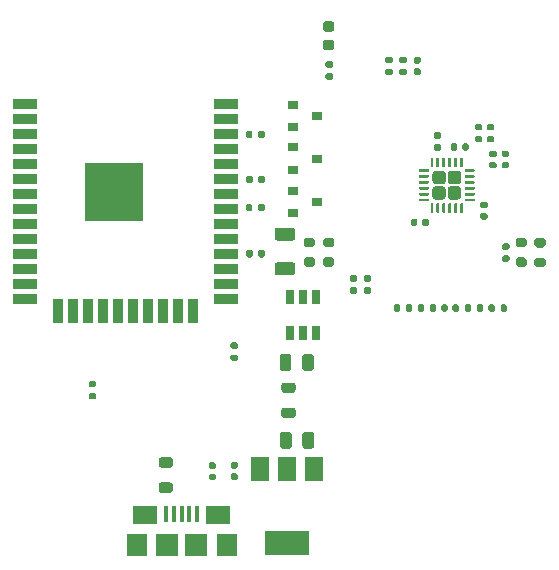
<source format=gbr>
G04 #@! TF.GenerationSoftware,KiCad,Pcbnew,(5.1.7)-1*
G04 #@! TF.CreationDate,2020-12-04T15:33:14-08:00*
G04 #@! TF.ProjectId,EsperDNS,45737065-7244-44e5-932e-6b696361645f,rev?*
G04 #@! TF.SameCoordinates,Original*
G04 #@! TF.FileFunction,Paste,Top*
G04 #@! TF.FilePolarity,Positive*
%FSLAX46Y46*%
G04 Gerber Fmt 4.6, Leading zero omitted, Abs format (unit mm)*
G04 Created by KiCad (PCBNEW (5.1.7)-1) date 2020-12-04 15:33:14*
%MOMM*%
%LPD*%
G01*
G04 APERTURE LIST*
%ADD10R,0.400000X1.350000*%
%ADD11R,2.100000X1.600000*%
%ADD12R,1.800000X1.900000*%
%ADD13R,1.900000X1.900000*%
%ADD14R,2.000000X0.900000*%
%ADD15R,0.900000X2.000000*%
%ADD16R,5.000000X5.000000*%
%ADD17R,1.500000X2.000000*%
%ADD18R,3.800000X2.000000*%
%ADD19R,0.900000X0.800000*%
%ADD20R,0.700000X1.300000*%
G04 APERTURE END LIST*
G36*
G01*
X250000Y-7475000D02*
X250000Y-6525000D01*
G75*
G02*
X500000Y-6275000I250000J0D01*
G01*
X1000000Y-6275000D01*
G75*
G02*
X1250000Y-6525000I0J-250000D01*
G01*
X1250000Y-7475000D01*
G75*
G02*
X1000000Y-7725000I-250000J0D01*
G01*
X500000Y-7725000D01*
G75*
G02*
X250000Y-7475000I0J250000D01*
G01*
G37*
G36*
G01*
X-1650000Y-7475000D02*
X-1650000Y-6525000D01*
G75*
G02*
X-1400000Y-6275000I250000J0D01*
G01*
X-900000Y-6275000D01*
G75*
G02*
X-650000Y-6525000I0J-250000D01*
G01*
X-650000Y-7475000D01*
G75*
G02*
X-900000Y-7725000I-250000J0D01*
G01*
X-1400000Y-7725000D01*
G75*
G02*
X-1650000Y-7475000I0J250000D01*
G01*
G37*
G36*
G01*
X275000Y-14075000D02*
X275000Y-13125000D01*
G75*
G02*
X525000Y-12875000I250000J0D01*
G01*
X1025000Y-12875000D01*
G75*
G02*
X1275000Y-13125000I0J-250000D01*
G01*
X1275000Y-14075000D01*
G75*
G02*
X1025000Y-14325000I-250000J0D01*
G01*
X525000Y-14325000D01*
G75*
G02*
X275000Y-14075000I0J250000D01*
G01*
G37*
G36*
G01*
X-1625000Y-14075000D02*
X-1625000Y-13125000D01*
G75*
G02*
X-1375000Y-12875000I250000J0D01*
G01*
X-875000Y-12875000D01*
G75*
G02*
X-625000Y-13125000I0J-250000D01*
G01*
X-625000Y-14075000D01*
G75*
G02*
X-875000Y-14325000I-250000J0D01*
G01*
X-1375000Y-14325000D01*
G75*
G02*
X-1625000Y-14075000I0J250000D01*
G01*
G37*
G36*
G01*
X19075000Y2735000D02*
X18525000Y2735000D01*
G75*
G02*
X18325000Y2935000I0J200000D01*
G01*
X18325000Y3335000D01*
G75*
G02*
X18525000Y3535000I200000J0D01*
G01*
X19075000Y3535000D01*
G75*
G02*
X19275000Y3335000I0J-200000D01*
G01*
X19275000Y2935000D01*
G75*
G02*
X19075000Y2735000I-200000J0D01*
G01*
G37*
G36*
G01*
X19075000Y1085000D02*
X18525000Y1085000D01*
G75*
G02*
X18325000Y1285000I0J200000D01*
G01*
X18325000Y1685000D01*
G75*
G02*
X18525000Y1885000I200000J0D01*
G01*
X19075000Y1885000D01*
G75*
G02*
X19275000Y1685000I0J-200000D01*
G01*
X19275000Y1285000D01*
G75*
G02*
X19075000Y1085000I-200000J0D01*
G01*
G37*
G36*
G01*
X20125000Y1875000D02*
X20675000Y1875000D01*
G75*
G02*
X20875000Y1675000I0J-200000D01*
G01*
X20875000Y1275000D01*
G75*
G02*
X20675000Y1075000I-200000J0D01*
G01*
X20125000Y1075000D01*
G75*
G02*
X19925000Y1275000I0J200000D01*
G01*
X19925000Y1675000D01*
G75*
G02*
X20125000Y1875000I200000J0D01*
G01*
G37*
G36*
G01*
X20125000Y3525000D02*
X20675000Y3525000D01*
G75*
G02*
X20875000Y3325000I0J-200000D01*
G01*
X20875000Y2925000D01*
G75*
G02*
X20675000Y2725000I-200000J0D01*
G01*
X20125000Y2725000D01*
G75*
G02*
X19925000Y2925000I0J200000D01*
G01*
X19925000Y3325000D01*
G75*
G02*
X20125000Y3525000I200000J0D01*
G01*
G37*
G36*
G01*
X-1281250Y-10825000D02*
X-518750Y-10825000D01*
G75*
G02*
X-300000Y-11043750I0J-218750D01*
G01*
X-300000Y-11481250D01*
G75*
G02*
X-518750Y-11700000I-218750J0D01*
G01*
X-1281250Y-11700000D01*
G75*
G02*
X-1500000Y-11481250I0J218750D01*
G01*
X-1500000Y-11043750D01*
G75*
G02*
X-1281250Y-10825000I218750J0D01*
G01*
G37*
G36*
G01*
X-1281250Y-8700000D02*
X-518750Y-8700000D01*
G75*
G02*
X-300000Y-8918750I0J-218750D01*
G01*
X-300000Y-9356250D01*
G75*
G02*
X-518750Y-9575000I-218750J0D01*
G01*
X-1281250Y-9575000D01*
G75*
G02*
X-1500000Y-9356250I0J218750D01*
G01*
X-1500000Y-8918750D01*
G75*
G02*
X-1281250Y-8700000I218750J0D01*
G01*
G37*
G36*
G01*
X-11681250Y-17162500D02*
X-10918750Y-17162500D01*
G75*
G02*
X-10700000Y-17381250I0J-218750D01*
G01*
X-10700000Y-17818750D01*
G75*
G02*
X-10918750Y-18037500I-218750J0D01*
G01*
X-11681250Y-18037500D01*
G75*
G02*
X-11900000Y-17818750I0J218750D01*
G01*
X-11900000Y-17381250D01*
G75*
G02*
X-11681250Y-17162500I218750J0D01*
G01*
G37*
G36*
G01*
X-11681250Y-15037500D02*
X-10918750Y-15037500D01*
G75*
G02*
X-10700000Y-15256250I0J-218750D01*
G01*
X-10700000Y-15693750D01*
G75*
G02*
X-10918750Y-15912500I-218750J0D01*
G01*
X-11681250Y-15912500D01*
G75*
G02*
X-11900000Y-15693750I0J218750D01*
G01*
X-11900000Y-15256250D01*
G75*
G02*
X-11681250Y-15037500I218750J0D01*
G01*
G37*
G36*
G01*
X-3940000Y2385000D02*
X-3940000Y2015000D01*
G75*
G02*
X-4075000Y1880000I-135000J0D01*
G01*
X-4345000Y1880000D01*
G75*
G02*
X-4480000Y2015000I0J135000D01*
G01*
X-4480000Y2385000D01*
G75*
G02*
X-4345000Y2520000I135000J0D01*
G01*
X-4075000Y2520000D01*
G75*
G02*
X-3940000Y2385000I0J-135000D01*
G01*
G37*
G36*
G01*
X-2920000Y2385000D02*
X-2920000Y2015000D01*
G75*
G02*
X-3055000Y1880000I-135000J0D01*
G01*
X-3325000Y1880000D01*
G75*
G02*
X-3460000Y2015000I0J135000D01*
G01*
X-3460000Y2385000D01*
G75*
G02*
X-3325000Y2520000I135000J0D01*
G01*
X-3055000Y2520000D01*
G75*
G02*
X-2920000Y2385000I0J-135000D01*
G01*
G37*
D10*
X-9950000Y-19800000D03*
X-10600000Y-19800000D03*
X-9300000Y-19800000D03*
X-11250000Y-19800000D03*
X-8650000Y-19800000D03*
D11*
X-13050000Y-19925000D03*
X-6850000Y-19925000D03*
D12*
X-13750000Y-22475000D03*
X-6150000Y-22475000D03*
D13*
X-11150000Y-22475000D03*
X-8750000Y-22475000D03*
G36*
G01*
X12415000Y8965000D02*
X12415000Y8335000D01*
G75*
G02*
X12165000Y8085000I-250000J0D01*
G01*
X11535000Y8085000D01*
G75*
G02*
X11285000Y8335000I0J250000D01*
G01*
X11285000Y8965000D01*
G75*
G02*
X11535000Y9215000I250000J0D01*
G01*
X12165000Y9215000D01*
G75*
G02*
X12415000Y8965000I0J-250000D01*
G01*
G37*
G36*
G01*
X12415000Y7665000D02*
X12415000Y7035000D01*
G75*
G02*
X12165000Y6785000I-250000J0D01*
G01*
X11535000Y6785000D01*
G75*
G02*
X11285000Y7035000I0J250000D01*
G01*
X11285000Y7665000D01*
G75*
G02*
X11535000Y7915000I250000J0D01*
G01*
X12165000Y7915000D01*
G75*
G02*
X12415000Y7665000I0J-250000D01*
G01*
G37*
G36*
G01*
X13715000Y8965000D02*
X13715000Y8335000D01*
G75*
G02*
X13465000Y8085000I-250000J0D01*
G01*
X12835000Y8085000D01*
G75*
G02*
X12585000Y8335000I0J250000D01*
G01*
X12585000Y8965000D01*
G75*
G02*
X12835000Y9215000I250000J0D01*
G01*
X13465000Y9215000D01*
G75*
G02*
X13715000Y8965000I0J-250000D01*
G01*
G37*
G36*
G01*
X13715000Y7665000D02*
X13715000Y7035000D01*
G75*
G02*
X13465000Y6785000I-250000J0D01*
G01*
X12835000Y6785000D01*
G75*
G02*
X12585000Y7035000I0J250000D01*
G01*
X12585000Y7665000D01*
G75*
G02*
X12835000Y7915000I250000J0D01*
G01*
X13465000Y7915000D01*
G75*
G02*
X13715000Y7665000I0J-250000D01*
G01*
G37*
G36*
G01*
X13875000Y6412500D02*
X13875000Y5712500D01*
G75*
G02*
X13812500Y5650000I-62500J0D01*
G01*
X13687500Y5650000D01*
G75*
G02*
X13625000Y5712500I0J62500D01*
G01*
X13625000Y6412500D01*
G75*
G02*
X13687500Y6475000I62500J0D01*
G01*
X13812500Y6475000D01*
G75*
G02*
X13875000Y6412500I0J-62500D01*
G01*
G37*
G36*
G01*
X13375000Y6412500D02*
X13375000Y5712500D01*
G75*
G02*
X13312500Y5650000I-62500J0D01*
G01*
X13187500Y5650000D01*
G75*
G02*
X13125000Y5712500I0J62500D01*
G01*
X13125000Y6412500D01*
G75*
G02*
X13187500Y6475000I62500J0D01*
G01*
X13312500Y6475000D01*
G75*
G02*
X13375000Y6412500I0J-62500D01*
G01*
G37*
G36*
G01*
X12875000Y6412500D02*
X12875000Y5712500D01*
G75*
G02*
X12812500Y5650000I-62500J0D01*
G01*
X12687500Y5650000D01*
G75*
G02*
X12625000Y5712500I0J62500D01*
G01*
X12625000Y6412500D01*
G75*
G02*
X12687500Y6475000I62500J0D01*
G01*
X12812500Y6475000D01*
G75*
G02*
X12875000Y6412500I0J-62500D01*
G01*
G37*
G36*
G01*
X12375000Y6412500D02*
X12375000Y5712500D01*
G75*
G02*
X12312500Y5650000I-62500J0D01*
G01*
X12187500Y5650000D01*
G75*
G02*
X12125000Y5712500I0J62500D01*
G01*
X12125000Y6412500D01*
G75*
G02*
X12187500Y6475000I62500J0D01*
G01*
X12312500Y6475000D01*
G75*
G02*
X12375000Y6412500I0J-62500D01*
G01*
G37*
G36*
G01*
X11875000Y6412500D02*
X11875000Y5712500D01*
G75*
G02*
X11812500Y5650000I-62500J0D01*
G01*
X11687500Y5650000D01*
G75*
G02*
X11625000Y5712500I0J62500D01*
G01*
X11625000Y6412500D01*
G75*
G02*
X11687500Y6475000I62500J0D01*
G01*
X11812500Y6475000D01*
G75*
G02*
X11875000Y6412500I0J-62500D01*
G01*
G37*
G36*
G01*
X11375000Y6412500D02*
X11375000Y5712500D01*
G75*
G02*
X11312500Y5650000I-62500J0D01*
G01*
X11187500Y5650000D01*
G75*
G02*
X11125000Y5712500I0J62500D01*
G01*
X11125000Y6412500D01*
G75*
G02*
X11187500Y6475000I62500J0D01*
G01*
X11312500Y6475000D01*
G75*
G02*
X11375000Y6412500I0J-62500D01*
G01*
G37*
G36*
G01*
X10975000Y6812500D02*
X10975000Y6687500D01*
G75*
G02*
X10912500Y6625000I-62500J0D01*
G01*
X10212500Y6625000D01*
G75*
G02*
X10150000Y6687500I0J62500D01*
G01*
X10150000Y6812500D01*
G75*
G02*
X10212500Y6875000I62500J0D01*
G01*
X10912500Y6875000D01*
G75*
G02*
X10975000Y6812500I0J-62500D01*
G01*
G37*
G36*
G01*
X10975000Y7312500D02*
X10975000Y7187500D01*
G75*
G02*
X10912500Y7125000I-62500J0D01*
G01*
X10212500Y7125000D01*
G75*
G02*
X10150000Y7187500I0J62500D01*
G01*
X10150000Y7312500D01*
G75*
G02*
X10212500Y7375000I62500J0D01*
G01*
X10912500Y7375000D01*
G75*
G02*
X10975000Y7312500I0J-62500D01*
G01*
G37*
G36*
G01*
X10975000Y7812500D02*
X10975000Y7687500D01*
G75*
G02*
X10912500Y7625000I-62500J0D01*
G01*
X10212500Y7625000D01*
G75*
G02*
X10150000Y7687500I0J62500D01*
G01*
X10150000Y7812500D01*
G75*
G02*
X10212500Y7875000I62500J0D01*
G01*
X10912500Y7875000D01*
G75*
G02*
X10975000Y7812500I0J-62500D01*
G01*
G37*
G36*
G01*
X10975000Y8312500D02*
X10975000Y8187500D01*
G75*
G02*
X10912500Y8125000I-62500J0D01*
G01*
X10212500Y8125000D01*
G75*
G02*
X10150000Y8187500I0J62500D01*
G01*
X10150000Y8312500D01*
G75*
G02*
X10212500Y8375000I62500J0D01*
G01*
X10912500Y8375000D01*
G75*
G02*
X10975000Y8312500I0J-62500D01*
G01*
G37*
G36*
G01*
X10975000Y8812500D02*
X10975000Y8687500D01*
G75*
G02*
X10912500Y8625000I-62500J0D01*
G01*
X10212500Y8625000D01*
G75*
G02*
X10150000Y8687500I0J62500D01*
G01*
X10150000Y8812500D01*
G75*
G02*
X10212500Y8875000I62500J0D01*
G01*
X10912500Y8875000D01*
G75*
G02*
X10975000Y8812500I0J-62500D01*
G01*
G37*
G36*
G01*
X10975000Y9312500D02*
X10975000Y9187500D01*
G75*
G02*
X10912500Y9125000I-62500J0D01*
G01*
X10212500Y9125000D01*
G75*
G02*
X10150000Y9187500I0J62500D01*
G01*
X10150000Y9312500D01*
G75*
G02*
X10212500Y9375000I62500J0D01*
G01*
X10912500Y9375000D01*
G75*
G02*
X10975000Y9312500I0J-62500D01*
G01*
G37*
G36*
G01*
X11375000Y10287500D02*
X11375000Y9587500D01*
G75*
G02*
X11312500Y9525000I-62500J0D01*
G01*
X11187500Y9525000D01*
G75*
G02*
X11125000Y9587500I0J62500D01*
G01*
X11125000Y10287500D01*
G75*
G02*
X11187500Y10350000I62500J0D01*
G01*
X11312500Y10350000D01*
G75*
G02*
X11375000Y10287500I0J-62500D01*
G01*
G37*
G36*
G01*
X11875000Y10287500D02*
X11875000Y9587500D01*
G75*
G02*
X11812500Y9525000I-62500J0D01*
G01*
X11687500Y9525000D01*
G75*
G02*
X11625000Y9587500I0J62500D01*
G01*
X11625000Y10287500D01*
G75*
G02*
X11687500Y10350000I62500J0D01*
G01*
X11812500Y10350000D01*
G75*
G02*
X11875000Y10287500I0J-62500D01*
G01*
G37*
G36*
G01*
X12375000Y10287500D02*
X12375000Y9587500D01*
G75*
G02*
X12312500Y9525000I-62500J0D01*
G01*
X12187500Y9525000D01*
G75*
G02*
X12125000Y9587500I0J62500D01*
G01*
X12125000Y10287500D01*
G75*
G02*
X12187500Y10350000I62500J0D01*
G01*
X12312500Y10350000D01*
G75*
G02*
X12375000Y10287500I0J-62500D01*
G01*
G37*
G36*
G01*
X12875000Y10287500D02*
X12875000Y9587500D01*
G75*
G02*
X12812500Y9525000I-62500J0D01*
G01*
X12687500Y9525000D01*
G75*
G02*
X12625000Y9587500I0J62500D01*
G01*
X12625000Y10287500D01*
G75*
G02*
X12687500Y10350000I62500J0D01*
G01*
X12812500Y10350000D01*
G75*
G02*
X12875000Y10287500I0J-62500D01*
G01*
G37*
G36*
G01*
X13375000Y10287500D02*
X13375000Y9587500D01*
G75*
G02*
X13312500Y9525000I-62500J0D01*
G01*
X13187500Y9525000D01*
G75*
G02*
X13125000Y9587500I0J62500D01*
G01*
X13125000Y10287500D01*
G75*
G02*
X13187500Y10350000I62500J0D01*
G01*
X13312500Y10350000D01*
G75*
G02*
X13375000Y10287500I0J-62500D01*
G01*
G37*
G36*
G01*
X13875000Y10287500D02*
X13875000Y9587500D01*
G75*
G02*
X13812500Y9525000I-62500J0D01*
G01*
X13687500Y9525000D01*
G75*
G02*
X13625000Y9587500I0J62500D01*
G01*
X13625000Y10287500D01*
G75*
G02*
X13687500Y10350000I62500J0D01*
G01*
X13812500Y10350000D01*
G75*
G02*
X13875000Y10287500I0J-62500D01*
G01*
G37*
G36*
G01*
X14850000Y9312500D02*
X14850000Y9187500D01*
G75*
G02*
X14787500Y9125000I-62500J0D01*
G01*
X14087500Y9125000D01*
G75*
G02*
X14025000Y9187500I0J62500D01*
G01*
X14025000Y9312500D01*
G75*
G02*
X14087500Y9375000I62500J0D01*
G01*
X14787500Y9375000D01*
G75*
G02*
X14850000Y9312500I0J-62500D01*
G01*
G37*
G36*
G01*
X14850000Y8812500D02*
X14850000Y8687500D01*
G75*
G02*
X14787500Y8625000I-62500J0D01*
G01*
X14087500Y8625000D01*
G75*
G02*
X14025000Y8687500I0J62500D01*
G01*
X14025000Y8812500D01*
G75*
G02*
X14087500Y8875000I62500J0D01*
G01*
X14787500Y8875000D01*
G75*
G02*
X14850000Y8812500I0J-62500D01*
G01*
G37*
G36*
G01*
X14850000Y8312500D02*
X14850000Y8187500D01*
G75*
G02*
X14787500Y8125000I-62500J0D01*
G01*
X14087500Y8125000D01*
G75*
G02*
X14025000Y8187500I0J62500D01*
G01*
X14025000Y8312500D01*
G75*
G02*
X14087500Y8375000I62500J0D01*
G01*
X14787500Y8375000D01*
G75*
G02*
X14850000Y8312500I0J-62500D01*
G01*
G37*
G36*
G01*
X14850000Y7812500D02*
X14850000Y7687500D01*
G75*
G02*
X14787500Y7625000I-62500J0D01*
G01*
X14087500Y7625000D01*
G75*
G02*
X14025000Y7687500I0J62500D01*
G01*
X14025000Y7812500D01*
G75*
G02*
X14087500Y7875000I62500J0D01*
G01*
X14787500Y7875000D01*
G75*
G02*
X14850000Y7812500I0J-62500D01*
G01*
G37*
G36*
G01*
X14850000Y7312500D02*
X14850000Y7187500D01*
G75*
G02*
X14787500Y7125000I-62500J0D01*
G01*
X14087500Y7125000D01*
G75*
G02*
X14025000Y7187500I0J62500D01*
G01*
X14025000Y7312500D01*
G75*
G02*
X14087500Y7375000I62500J0D01*
G01*
X14787500Y7375000D01*
G75*
G02*
X14850000Y7312500I0J-62500D01*
G01*
G37*
G36*
G01*
X14850000Y6812500D02*
X14850000Y6687500D01*
G75*
G02*
X14787500Y6625000I-62500J0D01*
G01*
X14087500Y6625000D01*
G75*
G02*
X14025000Y6687500I0J62500D01*
G01*
X14025000Y6812500D01*
G75*
G02*
X14087500Y6875000I62500J0D01*
G01*
X14787500Y6875000D01*
G75*
G02*
X14850000Y6812500I0J-62500D01*
G01*
G37*
D14*
X-6200000Y14900000D03*
X-6200000Y13630000D03*
X-6200000Y12360000D03*
X-6200000Y11090000D03*
X-6200000Y9820000D03*
X-6200000Y8550000D03*
X-6200000Y7280000D03*
X-6200000Y6010000D03*
X-6200000Y4740000D03*
X-6200000Y3470000D03*
X-6200000Y2200000D03*
X-6200000Y930000D03*
X-6200000Y-340000D03*
X-6200000Y-1610000D03*
D15*
X-8985000Y-2610000D03*
X-10255000Y-2610000D03*
X-11525000Y-2610000D03*
X-12795000Y-2610000D03*
X-14065000Y-2610000D03*
X-15335000Y-2610000D03*
X-16605000Y-2610000D03*
X-17875000Y-2610000D03*
X-19145000Y-2610000D03*
X-20415000Y-2610000D03*
D14*
X-23200000Y-1610000D03*
X-23200000Y-340000D03*
X-23200000Y930000D03*
X-23200000Y2200000D03*
X-23200000Y3470000D03*
X-23200000Y4740000D03*
X-23200000Y6010000D03*
X-23200000Y7280000D03*
X-23200000Y8550000D03*
X-23200000Y9820000D03*
X-23200000Y11090000D03*
X-23200000Y12360000D03*
X-23200000Y13630000D03*
X-23200000Y14900000D03*
D16*
X-15700000Y7400000D03*
D17*
X1300000Y-16000000D03*
X-3300000Y-16000000D03*
X-1000000Y-16000000D03*
D18*
X-1000000Y-22300000D03*
G36*
G01*
X8985000Y18340000D02*
X8615000Y18340000D01*
G75*
G02*
X8480000Y18475000I0J135000D01*
G01*
X8480000Y18745000D01*
G75*
G02*
X8615000Y18880000I135000J0D01*
G01*
X8985000Y18880000D01*
G75*
G02*
X9120000Y18745000I0J-135000D01*
G01*
X9120000Y18475000D01*
G75*
G02*
X8985000Y18340000I-135000J0D01*
G01*
G37*
G36*
G01*
X8985000Y17320000D02*
X8615000Y17320000D01*
G75*
G02*
X8480000Y17455000I0J135000D01*
G01*
X8480000Y17725000D01*
G75*
G02*
X8615000Y17860000I135000J0D01*
G01*
X8985000Y17860000D01*
G75*
G02*
X9120000Y17725000I0J-135000D01*
G01*
X9120000Y17455000D01*
G75*
G02*
X8985000Y17320000I-135000J0D01*
G01*
G37*
G36*
G01*
X17315000Y2060000D02*
X17685000Y2060000D01*
G75*
G02*
X17820000Y1925000I0J-135000D01*
G01*
X17820000Y1655000D01*
G75*
G02*
X17685000Y1520000I-135000J0D01*
G01*
X17315000Y1520000D01*
G75*
G02*
X17180000Y1655000I0J135000D01*
G01*
X17180000Y1925000D01*
G75*
G02*
X17315000Y2060000I135000J0D01*
G01*
G37*
G36*
G01*
X17315000Y3080000D02*
X17685000Y3080000D01*
G75*
G02*
X17820000Y2945000I0J-135000D01*
G01*
X17820000Y2675000D01*
G75*
G02*
X17685000Y2540000I-135000J0D01*
G01*
X17315000Y2540000D01*
G75*
G02*
X17180000Y2675000I0J135000D01*
G01*
X17180000Y2945000D01*
G75*
G02*
X17315000Y3080000I135000J0D01*
G01*
G37*
G36*
G01*
X11885000Y11950000D02*
X11515000Y11950000D01*
G75*
G02*
X11380000Y12085000I0J135000D01*
G01*
X11380000Y12355000D01*
G75*
G02*
X11515000Y12490000I135000J0D01*
G01*
X11885000Y12490000D01*
G75*
G02*
X12020000Y12355000I0J-135000D01*
G01*
X12020000Y12085000D01*
G75*
G02*
X11885000Y11950000I-135000J0D01*
G01*
G37*
G36*
G01*
X11885000Y10930000D02*
X11515000Y10930000D01*
G75*
G02*
X11380000Y11065000I0J135000D01*
G01*
X11380000Y11335000D01*
G75*
G02*
X11515000Y11470000I135000J0D01*
G01*
X11885000Y11470000D01*
G75*
G02*
X12020000Y11335000I0J-135000D01*
G01*
X12020000Y11065000D01*
G75*
G02*
X11885000Y10930000I-135000J0D01*
G01*
G37*
G36*
G01*
X16385000Y12650000D02*
X16015000Y12650000D01*
G75*
G02*
X15880000Y12785000I0J135000D01*
G01*
X15880000Y13055000D01*
G75*
G02*
X16015000Y13190000I135000J0D01*
G01*
X16385000Y13190000D01*
G75*
G02*
X16520000Y13055000I0J-135000D01*
G01*
X16520000Y12785000D01*
G75*
G02*
X16385000Y12650000I-135000J0D01*
G01*
G37*
G36*
G01*
X16385000Y11630000D02*
X16015000Y11630000D01*
G75*
G02*
X15880000Y11765000I0J135000D01*
G01*
X15880000Y12035000D01*
G75*
G02*
X16015000Y12170000I135000J0D01*
G01*
X16385000Y12170000D01*
G75*
G02*
X16520000Y12035000I0J-135000D01*
G01*
X16520000Y11765000D01*
G75*
G02*
X16385000Y11630000I-135000J0D01*
G01*
G37*
G36*
G01*
X15385000Y12650000D02*
X15015000Y12650000D01*
G75*
G02*
X14880000Y12785000I0J135000D01*
G01*
X14880000Y13055000D01*
G75*
G02*
X15015000Y13190000I135000J0D01*
G01*
X15385000Y13190000D01*
G75*
G02*
X15520000Y13055000I0J-135000D01*
G01*
X15520000Y12785000D01*
G75*
G02*
X15385000Y12650000I-135000J0D01*
G01*
G37*
G36*
G01*
X15385000Y11630000D02*
X15015000Y11630000D01*
G75*
G02*
X14880000Y11765000I0J135000D01*
G01*
X14880000Y12035000D01*
G75*
G02*
X15015000Y12170000I135000J0D01*
G01*
X15385000Y12170000D01*
G75*
G02*
X15520000Y12035000I0J-135000D01*
G01*
X15520000Y11765000D01*
G75*
G02*
X15385000Y11630000I-135000J0D01*
G01*
G37*
G36*
G01*
X15030000Y-2585000D02*
X15030000Y-2215000D01*
G75*
G02*
X15165000Y-2080000I135000J0D01*
G01*
X15435000Y-2080000D01*
G75*
G02*
X15570000Y-2215000I0J-135000D01*
G01*
X15570000Y-2585000D01*
G75*
G02*
X15435000Y-2720000I-135000J0D01*
G01*
X15165000Y-2720000D01*
G75*
G02*
X15030000Y-2585000I0J135000D01*
G01*
G37*
G36*
G01*
X14010000Y-2585000D02*
X14010000Y-2215000D01*
G75*
G02*
X14145000Y-2080000I135000J0D01*
G01*
X14415000Y-2080000D01*
G75*
G02*
X14550000Y-2215000I0J-135000D01*
G01*
X14550000Y-2585000D01*
G75*
G02*
X14415000Y-2720000I-135000J0D01*
G01*
X14145000Y-2720000D01*
G75*
G02*
X14010000Y-2585000I0J135000D01*
G01*
G37*
G36*
G01*
X16570000Y-2215000D02*
X16570000Y-2585000D01*
G75*
G02*
X16435000Y-2720000I-135000J0D01*
G01*
X16165000Y-2720000D01*
G75*
G02*
X16030000Y-2585000I0J135000D01*
G01*
X16030000Y-2215000D01*
G75*
G02*
X16165000Y-2080000I135000J0D01*
G01*
X16435000Y-2080000D01*
G75*
G02*
X16570000Y-2215000I0J-135000D01*
G01*
G37*
G36*
G01*
X17590000Y-2215000D02*
X17590000Y-2585000D01*
G75*
G02*
X17455000Y-2720000I-135000J0D01*
G01*
X17185000Y-2720000D01*
G75*
G02*
X17050000Y-2585000I0J135000D01*
G01*
X17050000Y-2215000D01*
G75*
G02*
X17185000Y-2080000I135000J0D01*
G01*
X17455000Y-2080000D01*
G75*
G02*
X17590000Y-2215000I0J-135000D01*
G01*
G37*
G36*
G01*
X9030000Y-2585000D02*
X9030000Y-2215000D01*
G75*
G02*
X9165000Y-2080000I135000J0D01*
G01*
X9435000Y-2080000D01*
G75*
G02*
X9570000Y-2215000I0J-135000D01*
G01*
X9570000Y-2585000D01*
G75*
G02*
X9435000Y-2720000I-135000J0D01*
G01*
X9165000Y-2720000D01*
G75*
G02*
X9030000Y-2585000I0J135000D01*
G01*
G37*
G36*
G01*
X8010000Y-2585000D02*
X8010000Y-2215000D01*
G75*
G02*
X8145000Y-2080000I135000J0D01*
G01*
X8415000Y-2080000D01*
G75*
G02*
X8550000Y-2215000I0J-135000D01*
G01*
X8550000Y-2585000D01*
G75*
G02*
X8415000Y-2720000I-135000J0D01*
G01*
X8145000Y-2720000D01*
G75*
G02*
X8010000Y-2585000I0J135000D01*
G01*
G37*
G36*
G01*
X10570000Y-2215000D02*
X10570000Y-2585000D01*
G75*
G02*
X10435000Y-2720000I-135000J0D01*
G01*
X10165000Y-2720000D01*
G75*
G02*
X10030000Y-2585000I0J135000D01*
G01*
X10030000Y-2215000D01*
G75*
G02*
X10165000Y-2080000I135000J0D01*
G01*
X10435000Y-2080000D01*
G75*
G02*
X10570000Y-2215000I0J-135000D01*
G01*
G37*
G36*
G01*
X11590000Y-2215000D02*
X11590000Y-2585000D01*
G75*
G02*
X11455000Y-2720000I-135000J0D01*
G01*
X11185000Y-2720000D01*
G75*
G02*
X11050000Y-2585000I0J135000D01*
G01*
X11050000Y-2215000D01*
G75*
G02*
X11185000Y-2080000I135000J0D01*
G01*
X11455000Y-2080000D01*
G75*
G02*
X11590000Y-2215000I0J-135000D01*
G01*
G37*
G36*
G01*
X4785000Y-170000D02*
X4415000Y-170000D01*
G75*
G02*
X4280000Y-35000I0J135000D01*
G01*
X4280000Y235000D01*
G75*
G02*
X4415000Y370000I135000J0D01*
G01*
X4785000Y370000D01*
G75*
G02*
X4920000Y235000I0J-135000D01*
G01*
X4920000Y-35000D01*
G75*
G02*
X4785000Y-170000I-135000J0D01*
G01*
G37*
G36*
G01*
X4785000Y-1190000D02*
X4415000Y-1190000D01*
G75*
G02*
X4280000Y-1055000I0J135000D01*
G01*
X4280000Y-785000D01*
G75*
G02*
X4415000Y-650000I135000J0D01*
G01*
X4785000Y-650000D01*
G75*
G02*
X4920000Y-785000I0J-135000D01*
G01*
X4920000Y-1055000D01*
G75*
G02*
X4785000Y-1190000I-135000J0D01*
G01*
G37*
G36*
G01*
X5985000Y-160000D02*
X5615000Y-160000D01*
G75*
G02*
X5480000Y-25000I0J135000D01*
G01*
X5480000Y245000D01*
G75*
G02*
X5615000Y380000I135000J0D01*
G01*
X5985000Y380000D01*
G75*
G02*
X6120000Y245000I0J-135000D01*
G01*
X6120000Y-25000D01*
G75*
G02*
X5985000Y-160000I-135000J0D01*
G01*
G37*
G36*
G01*
X5985000Y-1180000D02*
X5615000Y-1180000D01*
G75*
G02*
X5480000Y-1045000I0J135000D01*
G01*
X5480000Y-775000D01*
G75*
G02*
X5615000Y-640000I135000J0D01*
G01*
X5985000Y-640000D01*
G75*
G02*
X6120000Y-775000I0J-135000D01*
G01*
X6120000Y-1045000D01*
G75*
G02*
X5985000Y-1180000I-135000J0D01*
G01*
G37*
G36*
G01*
X7415000Y17850000D02*
X7785000Y17850000D01*
G75*
G02*
X7920000Y17715000I0J-135000D01*
G01*
X7920000Y17445000D01*
G75*
G02*
X7785000Y17310000I-135000J0D01*
G01*
X7415000Y17310000D01*
G75*
G02*
X7280000Y17445000I0J135000D01*
G01*
X7280000Y17715000D01*
G75*
G02*
X7415000Y17850000I135000J0D01*
G01*
G37*
G36*
G01*
X7415000Y18870000D02*
X7785000Y18870000D01*
G75*
G02*
X7920000Y18735000I0J-135000D01*
G01*
X7920000Y18465000D01*
G75*
G02*
X7785000Y18330000I-135000J0D01*
G01*
X7415000Y18330000D01*
G75*
G02*
X7280000Y18465000I0J135000D01*
G01*
X7280000Y18735000D01*
G75*
G02*
X7415000Y18870000I135000J0D01*
G01*
G37*
G36*
G01*
X-3470000Y12115000D02*
X-3470000Y12485000D01*
G75*
G02*
X-3335000Y12620000I135000J0D01*
G01*
X-3065000Y12620000D01*
G75*
G02*
X-2930000Y12485000I0J-135000D01*
G01*
X-2930000Y12115000D01*
G75*
G02*
X-3065000Y11980000I-135000J0D01*
G01*
X-3335000Y11980000D01*
G75*
G02*
X-3470000Y12115000I0J135000D01*
G01*
G37*
G36*
G01*
X-4490000Y12115000D02*
X-4490000Y12485000D01*
G75*
G02*
X-4355000Y12620000I135000J0D01*
G01*
X-4085000Y12620000D01*
G75*
G02*
X-3950000Y12485000I0J-135000D01*
G01*
X-3950000Y12115000D01*
G75*
G02*
X-4085000Y11980000I-135000J0D01*
G01*
X-4355000Y11980000D01*
G75*
G02*
X-4490000Y12115000I0J135000D01*
G01*
G37*
G36*
G01*
X-17315000Y-9110000D02*
X-17685000Y-9110000D01*
G75*
G02*
X-17820000Y-8975000I0J135000D01*
G01*
X-17820000Y-8705000D01*
G75*
G02*
X-17685000Y-8570000I135000J0D01*
G01*
X-17315000Y-8570000D01*
G75*
G02*
X-17180000Y-8705000I0J-135000D01*
G01*
X-17180000Y-8975000D01*
G75*
G02*
X-17315000Y-9110000I-135000J0D01*
G01*
G37*
G36*
G01*
X-17315000Y-10130000D02*
X-17685000Y-10130000D01*
G75*
G02*
X-17820000Y-9995000I0J135000D01*
G01*
X-17820000Y-9725000D01*
G75*
G02*
X-17685000Y-9590000I135000J0D01*
G01*
X-17315000Y-9590000D01*
G75*
G02*
X-17180000Y-9725000I0J-135000D01*
G01*
X-17180000Y-9995000D01*
G75*
G02*
X-17315000Y-10130000I-135000J0D01*
G01*
G37*
G36*
G01*
X-3460000Y8315000D02*
X-3460000Y8685000D01*
G75*
G02*
X-3325000Y8820000I135000J0D01*
G01*
X-3055000Y8820000D01*
G75*
G02*
X-2920000Y8685000I0J-135000D01*
G01*
X-2920000Y8315000D01*
G75*
G02*
X-3055000Y8180000I-135000J0D01*
G01*
X-3325000Y8180000D01*
G75*
G02*
X-3460000Y8315000I0J135000D01*
G01*
G37*
G36*
G01*
X-4480000Y8315000D02*
X-4480000Y8685000D01*
G75*
G02*
X-4345000Y8820000I135000J0D01*
G01*
X-4075000Y8820000D01*
G75*
G02*
X-3940000Y8685000I0J-135000D01*
G01*
X-3940000Y8315000D01*
G75*
G02*
X-4075000Y8180000I-135000J0D01*
G01*
X-4345000Y8180000D01*
G75*
G02*
X-4480000Y8315000I0J135000D01*
G01*
G37*
G36*
G01*
X-3470000Y5915000D02*
X-3470000Y6285000D01*
G75*
G02*
X-3335000Y6420000I135000J0D01*
G01*
X-3065000Y6420000D01*
G75*
G02*
X-2930000Y6285000I0J-135000D01*
G01*
X-2930000Y5915000D01*
G75*
G02*
X-3065000Y5780000I-135000J0D01*
G01*
X-3335000Y5780000D01*
G75*
G02*
X-3470000Y5915000I0J135000D01*
G01*
G37*
G36*
G01*
X-4490000Y5915000D02*
X-4490000Y6285000D01*
G75*
G02*
X-4355000Y6420000I135000J0D01*
G01*
X-4085000Y6420000D01*
G75*
G02*
X-3950000Y6285000I0J-135000D01*
G01*
X-3950000Y5915000D01*
G75*
G02*
X-4085000Y5780000I-135000J0D01*
G01*
X-4355000Y5780000D01*
G75*
G02*
X-4490000Y5915000I0J135000D01*
G01*
G37*
G36*
G01*
X-574999Y3287500D02*
X-1825001Y3287500D01*
G75*
G02*
X-2075000Y3537499I0J249999D01*
G01*
X-2075000Y4162501D01*
G75*
G02*
X-1825001Y4412500I249999J0D01*
G01*
X-574999Y4412500D01*
G75*
G02*
X-325000Y4162501I0J-249999D01*
G01*
X-325000Y3537499D01*
G75*
G02*
X-574999Y3287500I-249999J0D01*
G01*
G37*
G36*
G01*
X-574999Y362500D02*
X-1825001Y362500D01*
G75*
G02*
X-2075000Y612499I0J249999D01*
G01*
X-2075000Y1237501D01*
G75*
G02*
X-1825001Y1487500I249999J0D01*
G01*
X-574999Y1487500D01*
G75*
G02*
X-325000Y1237501I0J-249999D01*
G01*
X-325000Y612499D01*
G75*
G02*
X-574999Y362500I-249999J0D01*
G01*
G37*
G36*
G01*
X1125000Y2750000D02*
X575000Y2750000D01*
G75*
G02*
X375000Y2950000I0J200000D01*
G01*
X375000Y3350000D01*
G75*
G02*
X575000Y3550000I200000J0D01*
G01*
X1125000Y3550000D01*
G75*
G02*
X1325000Y3350000I0J-200000D01*
G01*
X1325000Y2950000D01*
G75*
G02*
X1125000Y2750000I-200000J0D01*
G01*
G37*
G36*
G01*
X1125000Y1100000D02*
X575000Y1100000D01*
G75*
G02*
X375000Y1300000I0J200000D01*
G01*
X375000Y1700000D01*
G75*
G02*
X575000Y1900000I200000J0D01*
G01*
X1125000Y1900000D01*
G75*
G02*
X1325000Y1700000I0J-200000D01*
G01*
X1325000Y1300000D01*
G75*
G02*
X1125000Y1100000I-200000J0D01*
G01*
G37*
G36*
G01*
X2775000Y2750000D02*
X2225000Y2750000D01*
G75*
G02*
X2025000Y2950000I0J200000D01*
G01*
X2025000Y3350000D01*
G75*
G02*
X2225000Y3550000I200000J0D01*
G01*
X2775000Y3550000D01*
G75*
G02*
X2975000Y3350000I0J-200000D01*
G01*
X2975000Y2950000D01*
G75*
G02*
X2775000Y2750000I-200000J0D01*
G01*
G37*
G36*
G01*
X2775000Y1100000D02*
X2225000Y1100000D01*
G75*
G02*
X2025000Y1300000I0J200000D01*
G01*
X2025000Y1700000D01*
G75*
G02*
X2225000Y1900000I200000J0D01*
G01*
X2775000Y1900000D01*
G75*
G02*
X2975000Y1700000I0J-200000D01*
G01*
X2975000Y1300000D01*
G75*
G02*
X2775000Y1100000I-200000J0D01*
G01*
G37*
G36*
G01*
X-5315000Y-5850000D02*
X-5685000Y-5850000D01*
G75*
G02*
X-5820000Y-5715000I0J135000D01*
G01*
X-5820000Y-5445000D01*
G75*
G02*
X-5685000Y-5310000I135000J0D01*
G01*
X-5315000Y-5310000D01*
G75*
G02*
X-5180000Y-5445000I0J-135000D01*
G01*
X-5180000Y-5715000D01*
G75*
G02*
X-5315000Y-5850000I-135000J0D01*
G01*
G37*
G36*
G01*
X-5315000Y-6870000D02*
X-5685000Y-6870000D01*
G75*
G02*
X-5820000Y-6735000I0J135000D01*
G01*
X-5820000Y-6465000D01*
G75*
G02*
X-5685000Y-6330000I135000J0D01*
G01*
X-5315000Y-6330000D01*
G75*
G02*
X-5180000Y-6465000I0J-135000D01*
G01*
X-5180000Y-6735000D01*
G75*
G02*
X-5315000Y-6870000I-135000J0D01*
G01*
G37*
G36*
G01*
X2735000Y17950000D02*
X2365000Y17950000D01*
G75*
G02*
X2230000Y18085000I0J135000D01*
G01*
X2230000Y18355000D01*
G75*
G02*
X2365000Y18490000I135000J0D01*
G01*
X2735000Y18490000D01*
G75*
G02*
X2870000Y18355000I0J-135000D01*
G01*
X2870000Y18085000D01*
G75*
G02*
X2735000Y17950000I-135000J0D01*
G01*
G37*
G36*
G01*
X2735000Y16930000D02*
X2365000Y16930000D01*
G75*
G02*
X2230000Y17065000I0J135000D01*
G01*
X2230000Y17335000D01*
G75*
G02*
X2365000Y17470000I135000J0D01*
G01*
X2735000Y17470000D01*
G75*
G02*
X2870000Y17335000I0J-135000D01*
G01*
X2870000Y17065000D01*
G75*
G02*
X2735000Y16930000I-135000J0D01*
G01*
G37*
D19*
X1500000Y13850000D03*
X-500000Y12900000D03*
X-500000Y14800000D03*
X1500000Y6600000D03*
X-500000Y5650000D03*
X-500000Y7550000D03*
X1500000Y10250000D03*
X-500000Y9300000D03*
X-500000Y11200000D03*
D20*
X1400000Y-4550000D03*
X300000Y-4550000D03*
X-800000Y-4550000D03*
X-800000Y-1450000D03*
X300000Y-1450000D03*
X1400000Y-1450000D03*
G36*
G01*
X2243750Y20312500D02*
X2756250Y20312500D01*
G75*
G02*
X2975000Y20093750I0J-218750D01*
G01*
X2975000Y19656250D01*
G75*
G02*
X2756250Y19437500I-218750J0D01*
G01*
X2243750Y19437500D01*
G75*
G02*
X2025000Y19656250I0J218750D01*
G01*
X2025000Y20093750D01*
G75*
G02*
X2243750Y20312500I218750J0D01*
G01*
G37*
G36*
G01*
X2243750Y21887500D02*
X2756250Y21887500D01*
G75*
G02*
X2975000Y21668750I0J-218750D01*
G01*
X2975000Y21231250D01*
G75*
G02*
X2756250Y21012500I-218750J0D01*
G01*
X2243750Y21012500D01*
G75*
G02*
X2025000Y21231250I0J218750D01*
G01*
X2025000Y21668750D01*
G75*
G02*
X2243750Y21887500I218750J0D01*
G01*
G37*
G36*
G01*
X12980000Y-2570000D02*
X12980000Y-2230000D01*
G75*
G02*
X13120000Y-2090000I140000J0D01*
G01*
X13400000Y-2090000D01*
G75*
G02*
X13540000Y-2230000I0J-140000D01*
G01*
X13540000Y-2570000D01*
G75*
G02*
X13400000Y-2710000I-140000J0D01*
G01*
X13120000Y-2710000D01*
G75*
G02*
X12980000Y-2570000I0J140000D01*
G01*
G37*
G36*
G01*
X12020000Y-2570000D02*
X12020000Y-2230000D01*
G75*
G02*
X12160000Y-2090000I140000J0D01*
G01*
X12440000Y-2090000D01*
G75*
G02*
X12580000Y-2230000I0J-140000D01*
G01*
X12580000Y-2570000D01*
G75*
G02*
X12440000Y-2710000I-140000J0D01*
G01*
X12160000Y-2710000D01*
G75*
G02*
X12020000Y-2570000I0J140000D01*
G01*
G37*
G36*
G01*
X17620000Y10380000D02*
X17280000Y10380000D01*
G75*
G02*
X17140000Y10520000I0J140000D01*
G01*
X17140000Y10800000D01*
G75*
G02*
X17280000Y10940000I140000J0D01*
G01*
X17620000Y10940000D01*
G75*
G02*
X17760000Y10800000I0J-140000D01*
G01*
X17760000Y10520000D01*
G75*
G02*
X17620000Y10380000I-140000J0D01*
G01*
G37*
G36*
G01*
X17620000Y9420000D02*
X17280000Y9420000D01*
G75*
G02*
X17140000Y9560000I0J140000D01*
G01*
X17140000Y9840000D01*
G75*
G02*
X17280000Y9980000I140000J0D01*
G01*
X17620000Y9980000D01*
G75*
G02*
X17760000Y9840000I0J-140000D01*
G01*
X17760000Y9560000D01*
G75*
G02*
X17620000Y9420000I-140000J0D01*
G01*
G37*
G36*
G01*
X16570000Y10380000D02*
X16230000Y10380000D01*
G75*
G02*
X16090000Y10520000I0J140000D01*
G01*
X16090000Y10800000D01*
G75*
G02*
X16230000Y10940000I140000J0D01*
G01*
X16570000Y10940000D01*
G75*
G02*
X16710000Y10800000I0J-140000D01*
G01*
X16710000Y10520000D01*
G75*
G02*
X16570000Y10380000I-140000J0D01*
G01*
G37*
G36*
G01*
X16570000Y9420000D02*
X16230000Y9420000D01*
G75*
G02*
X16090000Y9560000I0J140000D01*
G01*
X16090000Y9840000D01*
G75*
G02*
X16230000Y9980000I140000J0D01*
G01*
X16570000Y9980000D01*
G75*
G02*
X16710000Y9840000I0J-140000D01*
G01*
X16710000Y9560000D01*
G75*
G02*
X16570000Y9420000I-140000J0D01*
G01*
G37*
G36*
G01*
X13800000Y11080000D02*
X13800000Y11420000D01*
G75*
G02*
X13940000Y11560000I140000J0D01*
G01*
X14220000Y11560000D01*
G75*
G02*
X14360000Y11420000I0J-140000D01*
G01*
X14360000Y11080000D01*
G75*
G02*
X14220000Y10940000I-140000J0D01*
G01*
X13940000Y10940000D01*
G75*
G02*
X13800000Y11080000I0J140000D01*
G01*
G37*
G36*
G01*
X12840000Y11080000D02*
X12840000Y11420000D01*
G75*
G02*
X12980000Y11560000I140000J0D01*
G01*
X13260000Y11560000D01*
G75*
G02*
X13400000Y11420000I0J-140000D01*
G01*
X13400000Y11080000D01*
G75*
G02*
X13260000Y10940000I-140000J0D01*
G01*
X12980000Y10940000D01*
G75*
G02*
X12840000Y11080000I0J140000D01*
G01*
G37*
G36*
G01*
X10020000Y5020000D02*
X10020000Y4680000D01*
G75*
G02*
X9880000Y4540000I-140000J0D01*
G01*
X9600000Y4540000D01*
G75*
G02*
X9460000Y4680000I0J140000D01*
G01*
X9460000Y5020000D01*
G75*
G02*
X9600000Y5160000I140000J0D01*
G01*
X9880000Y5160000D01*
G75*
G02*
X10020000Y5020000I0J-140000D01*
G01*
G37*
G36*
G01*
X10980000Y5020000D02*
X10980000Y4680000D01*
G75*
G02*
X10840000Y4540000I-140000J0D01*
G01*
X10560000Y4540000D01*
G75*
G02*
X10420000Y4680000I0J140000D01*
G01*
X10420000Y5020000D01*
G75*
G02*
X10560000Y5160000I140000J0D01*
G01*
X10840000Y5160000D01*
G75*
G02*
X10980000Y5020000I0J-140000D01*
G01*
G37*
G36*
G01*
X15480000Y5650000D02*
X15820000Y5650000D01*
G75*
G02*
X15960000Y5510000I0J-140000D01*
G01*
X15960000Y5230000D01*
G75*
G02*
X15820000Y5090000I-140000J0D01*
G01*
X15480000Y5090000D01*
G75*
G02*
X15340000Y5230000I0J140000D01*
G01*
X15340000Y5510000D01*
G75*
G02*
X15480000Y5650000I140000J0D01*
G01*
G37*
G36*
G01*
X15480000Y6610000D02*
X15820000Y6610000D01*
G75*
G02*
X15960000Y6470000I0J-140000D01*
G01*
X15960000Y6190000D01*
G75*
G02*
X15820000Y6050000I-140000J0D01*
G01*
X15480000Y6050000D01*
G75*
G02*
X15340000Y6190000I0J140000D01*
G01*
X15340000Y6470000D01*
G75*
G02*
X15480000Y6610000I140000J0D01*
G01*
G37*
G36*
G01*
X10170000Y18300000D02*
X9830000Y18300000D01*
G75*
G02*
X9690000Y18440000I0J140000D01*
G01*
X9690000Y18720000D01*
G75*
G02*
X9830000Y18860000I140000J0D01*
G01*
X10170000Y18860000D01*
G75*
G02*
X10310000Y18720000I0J-140000D01*
G01*
X10310000Y18440000D01*
G75*
G02*
X10170000Y18300000I-140000J0D01*
G01*
G37*
G36*
G01*
X10170000Y17340000D02*
X9830000Y17340000D01*
G75*
G02*
X9690000Y17480000I0J140000D01*
G01*
X9690000Y17760000D01*
G75*
G02*
X9830000Y17900000I140000J0D01*
G01*
X10170000Y17900000D01*
G75*
G02*
X10310000Y17760000I0J-140000D01*
G01*
X10310000Y17480000D01*
G75*
G02*
X10170000Y17340000I-140000J0D01*
G01*
G37*
G36*
G01*
X-5670000Y-16400000D02*
X-5330000Y-16400000D01*
G75*
G02*
X-5190000Y-16540000I0J-140000D01*
G01*
X-5190000Y-16820000D01*
G75*
G02*
X-5330000Y-16960000I-140000J0D01*
G01*
X-5670000Y-16960000D01*
G75*
G02*
X-5810000Y-16820000I0J140000D01*
G01*
X-5810000Y-16540000D01*
G75*
G02*
X-5670000Y-16400000I140000J0D01*
G01*
G37*
G36*
G01*
X-5670000Y-15440000D02*
X-5330000Y-15440000D01*
G75*
G02*
X-5190000Y-15580000I0J-140000D01*
G01*
X-5190000Y-15860000D01*
G75*
G02*
X-5330000Y-16000000I-140000J0D01*
G01*
X-5670000Y-16000000D01*
G75*
G02*
X-5810000Y-15860000I0J140000D01*
G01*
X-5810000Y-15580000D01*
G75*
G02*
X-5670000Y-15440000I140000J0D01*
G01*
G37*
G36*
G01*
X-7520000Y-16420000D02*
X-7180000Y-16420000D01*
G75*
G02*
X-7040000Y-16560000I0J-140000D01*
G01*
X-7040000Y-16840000D01*
G75*
G02*
X-7180000Y-16980000I-140000J0D01*
G01*
X-7520000Y-16980000D01*
G75*
G02*
X-7660000Y-16840000I0J140000D01*
G01*
X-7660000Y-16560000D01*
G75*
G02*
X-7520000Y-16420000I140000J0D01*
G01*
G37*
G36*
G01*
X-7520000Y-15460000D02*
X-7180000Y-15460000D01*
G75*
G02*
X-7040000Y-15600000I0J-140000D01*
G01*
X-7040000Y-15880000D01*
G75*
G02*
X-7180000Y-16020000I-140000J0D01*
G01*
X-7520000Y-16020000D01*
G75*
G02*
X-7660000Y-15880000I0J140000D01*
G01*
X-7660000Y-15600000D01*
G75*
G02*
X-7520000Y-15460000I140000J0D01*
G01*
G37*
M02*

</source>
